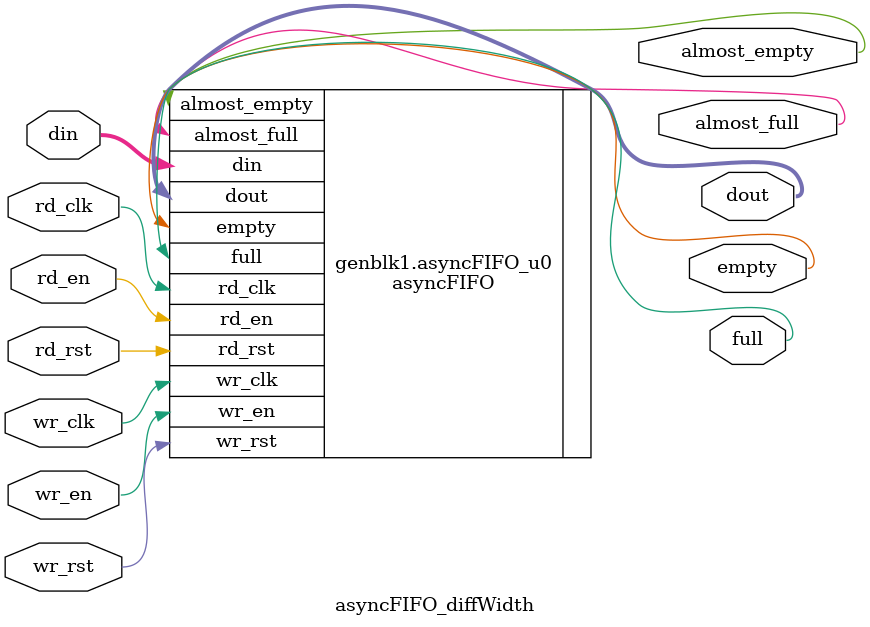
<source format=v>
/*
 * @Author       : Xu Xiaokang
 * @Email        : xuxiaokang_up@qq.com
 * @Date         : 2023-10-09 09:43:46
 * @LastEditors  : Xu Xiaokang
 * @LastEditTime : 2024-09-23 10:55:29
 * @Filename     :
 * @Description  :
*/

/*
! 模块功能: 异步FIFO, 支持输入输出数据不同位宽
* 思路:
1. 根据读写数据位宽的关系，分三种情况，当读位宽>写位宽时组合数据；当读位宽<写位宽时分解数据
2. 同步FIFO作为缓冲，深度固定为2，异步FIFO作为主体，深度为设定深度
3. 当读位宽>写位宽时，读端口逻辑无需关心，同步FIFO时钟与异步FIFO写时钟为同一时钟，只要同步FIFO中有数据就立刻读出，
    组合之后写入异步FIFO，所以写端口的full信号只会在异步FIFO满之后再写入两个数据才置高，
    此时不必担心同步FIFO因为深度为2会很快写满
4. 当读位宽==写位宽时，这就是普通异步FIFO，直接实例化一个异步FIFO即可
5. 当读位宽<写位宽时，写端口逻辑无需关心，同步FIFO时钟域异步FIFO读时钟为同一时钟，
    只要异步FIFO中有数据就分解之后写入到同步FIFO，所以读端口的empty信号只会在异步FIFO空之后置高，
    此时不必担心同步FIFO因为深度为2会很快读空
? 注意：
1. 因为模块主体仍是异步FIFO，所以异步FIFO的“假满”和“假空”问题仍然存在，不影响功能
2. FIFO实际容量总是比设定容量大，差值为两个小位宽（读/写）数据，不影响功能
3. 复位均为高电平复位，与Vivado中的FIFO IP核保持一致
4. 复位为异步复位，写复位和读复位可以公用一个信号，也可以分开
5. DIN_WIDTH与DOUT_WIDTH的倍数关系必须是2的n次方，如2倍、4倍、8倍，不能是3倍、6倍
6. FIFO深度通过WADDR_WIDTH来设置，所以FIFO的深度必然是2的指数，如8、16、32等
7. WADDR_WIDTH必须≥3，且RADDR_WIDTH =  WADDR_WIDTH + log2(DIN_WIDTH / DOUT_WIDTH)也必须≥3
    一种极限情况，DIN_WIDTH = 4，DOUT_WIDTH=16，WADDR_WIDTH=5，RADDR_WIDTH =5+log2(4/16)=3
8. MSB_FIFO用于设定高位/低位先进先出，它和一般讲的FIFO大端和小端模式不是一个概念
*/

`default_nettype none

module asyncFIFO_diffWidth
#(
  parameter DIN_WIDTH = 8, // 输入数据位宽, 可取1, 2, 3, ... , 默认为8
  parameter DOUT_WIDTH = 8, // 输出数据位宽, 可取1, 2, 3, ... , 默认为8
  parameter WADDR_WIDTH = 4, // 写入地址位宽, 可取1, 2, 3, ... , 默认为4, 对应深度2**4
  parameter RAM_STYLE = "distributed", // RAM类型, 可选"block", "distributed"(默认)
  parameter [0:0] FWFT_EN = 1, // 首字直通特性使能, 默认为1, 表示使能首字直通
  parameter [0:0] MSB_FIFO = 1 // 1(默认)表示高位先进先出,同Vivado FIFO一致; 0表示低位先进先出
)(
  input  wire [DIN_WIDTH-1:0] din,
  input  wire                 wr_en,
  output wire                 full,
  output wire                 almost_full,
  input  wire                 wr_clk,
  input  wire                 wr_rst,

  output wire [DOUT_WIDTH-1:0] dout,
  input  wire                  rd_en,
  output wire                  empty,
  output wire                  almost_empty,
  input  wire                  rd_clk,
  input  wire                  rd_rst
);


//++ 写与读位宽转换 ++++++++++++++++++++++++++++++++++++++++++++++++++++++++++++
generate
if (DOUT_WIDTH == DIN_WIDTH) begin //~ 如果读位宽等于写位宽，那么这就是普通的异步FIFO
  asyncFIFO # (
    .DATA_WIDTH (DIN_WIDTH  ),
    .ADDR_WIDTH (WADDR_WIDTH),
    .RAM_STYLE  (RAM_STYLE  ),
    .FWFT_EN    (FWFT_EN    )
  ) asyncFIFO_u0 (
    .din          (din         ),
    .wr_en        (wr_en       ),
    .full         (full        ),
    .almost_full  (almost_full ),
    .wr_clk       (wr_clk      ),
    .wr_rst       (wr_rst      ),
    .dout         (dout        ),
    .rd_en        (rd_en       ),
    .empty        (empty       ),
    .almost_empty (almost_empty),
    .rd_clk       (rd_clk      ),
    .rd_rst       (rd_rst      )
  );
end
else if (DOUT_WIDTH > DIN_WIDTH) begin //~ 如果读位宽大于写位宽，则需要组合数据，组合成一个数据就写入到读取侧FIFO中
  wire [DIN_WIDTH-1:0] wdata;
  wire wdata_rd_en;
  wire wdata_empty;
  wire [DOUT_WIDTH-1:0] rdata;
  wire rdata_wr_en;
  wire rdata_full;
  wire clk = wr_clk;
  wire rst = wr_rst;
  wire wdata_almost_full;
  syncFIFO #(
    .DATA_WIDTH (DIN_WIDTH),
    .ADDR_WIDTH (1        ),
    .RAM_STYLE  (RAM_STYLE),
    .FWFT_EN    (1        )
  ) syncFIFO_u0 (
    .din          (din        ),
    .wr_en        (wr_en      ),
    .full         (full       ),
    .almost_full  (wdata_almost_full),
    .dout         (wdata      ),
    .rd_en        (wdata_rd_en),
    .empty        (wdata_empty),
    .almost_empty (           ),
    .clk          (clk        ),
    .rst          (rst        )
  );

  assign almost_full = (wdata_almost_full && rdata_full) || full;

  localparam RADDR_WIDTH = $clog2(2**WADDR_WIDTH * DIN_WIDTH / DOUT_WIDTH);
  asyncFIFO #(
    .DATA_WIDTH (DOUT_WIDTH ),
    .ADDR_WIDTH (RADDR_WIDTH),
    .RAM_STYLE  (RAM_STYLE  ),
    .FWFT_EN    (FWFT_EN    )
  ) asyncFIFO_u0 (
    .din          (rdata       ),
    .wr_en        (rdata_wr_en ),
    .full         (rdata_full  ),
    .almost_full  (            ),
    .wr_clk       (clk         ),
    .wr_rst       (rst         ),
    .dout         (dout        ),
    .rd_en        (rd_en       ),
    .empty        (empty       ),
    .almost_empty (almost_empty),
    .rd_clk       (rd_clk      ),
    .rd_rst       (rd_rst      )
  );

  // 在读取侧FIFO未满，而写入侧FIFO非空时去读取写入侧FIFO
  assign wdata_rd_en = ~rdata_full && ~wdata_empty;

  reg [DOUT_WIDTH-1:0] rdata_r;
  if (MSB_FIFO == 1) begin
    always @(posedge clk or posedge rst) begin
      if (rst)
        rdata_r <= 'd0;
      else if (wdata_rd_en)
        rdata_r <= {rdata_r[DOUT_WIDTH-DIN_WIDTH-1:0], wdata}; // 先进的为高位
      else
        rdata_r <= rdata_r;
    end

    assign rdata = {rdata_r[DOUT_WIDTH-DIN_WIDTH-1:0], wdata}; // 先进的为高位
  end
  else begin
    always @(posedge clk or posedge rst) begin
      if (rst)
        rdata_r <= 'd0;
      else if (wdata_rd_en)
        rdata_r <= {wdata, rdata_r[DOUT_WIDTH-1 : DIN_WIDTH]}; // 先进的为低位
      else
        rdata_r <= rdata_r;
    end

    assign rdata = {wdata, rdata_r[DOUT_WIDTH-1 : DIN_WIDTH]}; // 先进的为低位
  end

  localparam WDATA_RD_EN_CNT_MAX = DOUT_WIDTH / DIN_WIDTH - 1;
  reg [$clog2(WDATA_RD_EN_CNT_MAX+1)-1 : 0] wdata_rd_en_cnt;
  always @(posedge clk or posedge rst) begin
    if (rst)
      wdata_rd_en_cnt <= 'd0;
    else if (wdata_rd_en)
      wdata_rd_en_cnt <= wdata_rd_en_cnt + 1'b1;
    else
      wdata_rd_en_cnt <= wdata_rd_en_cnt;
  end

  assign rdata_wr_en = wdata_rd_en && wdata_rd_en_cnt == WDATA_RD_EN_CNT_MAX;
end
else begin //~ 如果读位宽小于写位宽，则需要分解数据，写入的数据分解成几个数据写入到读取侧FIFO中
  wire [DIN_WIDTH-1:0] wdata;
  wire wdata_rd_en;
  wire wdata_empty;
  wire [DOUT_WIDTH-1:0] rdata;
  wire rdata_wr_en;
  wire rdata_full;
  wire clk = rd_clk;
  wire rst = rd_rst;
  asyncFIFO #(
    .DATA_WIDTH (DIN_WIDTH  ),
    .ADDR_WIDTH (WADDR_WIDTH),
    .RAM_STYLE  (RAM_STYLE  ),
    .FWFT_EN    (1          )
  ) asyncFIFO_u0 (
    .din          (din        ),
    .wr_en        (wr_en      ),
    .full         (full       ),
    .almost_full  (almost_full),
    .wr_clk       (wr_clk     ),
    .wr_rst       (wr_rst     ),
    .dout         (wdata      ),
    .rd_en        (wdata_rd_en),
    .empty        (wdata_empty),
    .almost_empty (           ),
    .rd_clk       (clk        ),
    .rd_rst       (rst        )
  );

  wire rdata_almost_empty;
  syncFIFO #(
    .DATA_WIDTH (DOUT_WIDTH),
    .ADDR_WIDTH (1         ),
    .RAM_STYLE  (RAM_STYLE ),
    .FWFT_EN    (FWFT_EN   )
  ) syncFIFO_u0 (
    .din          (rdata             ),
    .wr_en        (rdata_wr_en       ),
    .full         (rdata_full        ),
    .almost_full  (                  ),
    .dout         (dout              ),
    .rd_en        (rd_en             ),
    .empty        (empty             ),
    .almost_empty (rdata_almost_empty),
    .clk          (clk               ),
    .rst          (rst               )
  );
  assign almost_empty = (wdata_empty && rdata_almost_empty) || empty;

  // 先写入写数据的高位，再写入低位，当写入到最低位时，读取写入侧FIFO
  localparam RDATA_WR_EN_CNT_MAX = DIN_WIDTH/ DOUT_WIDTH - 1;
  reg [$clog2(RDATA_WR_EN_CNT_MAX+1)-1 : 0] rdata_wr_en_cnt;
  always @(posedge clk or posedge rst) begin
    if (rst)
      rdata_wr_en_cnt <= 'd0;
    else if (rdata_wr_en)
      rdata_wr_en_cnt <= rdata_wr_en_cnt + 1'b1;
    else
      rdata_wr_en_cnt <= rdata_wr_en_cnt;
  end

  if (MSB_FIFO == 1) begin
    wire [DIN_WIDTH-1:0] wdata_r = wdata << (rdata_wr_en_cnt * DOUT_WIDTH);
    assign rdata = wdata_r[DIN_WIDTH-1 : DIN_WIDTH-DOUT_WIDTH];
  end
  else begin
    wire [DIN_WIDTH-1:0] wdata_r = wdata >> (rdata_wr_en_cnt * DOUT_WIDTH);
    assign rdata = wdata_r[DOUT_WIDTH-1 : 0];
  end

  // 在读取侧FIFO非满，而写入侧FIFO非空时去写入读取侧FIFO
  assign rdata_wr_en = ~rdata_full && ~wdata_empty;
  assign wdata_rd_en = rdata_wr_en && rdata_wr_en_cnt == RDATA_WR_EN_CNT_MAX;
end
endgenerate
//-- 写与读位宽转换 ------------------------------------------------------------


endmodule
`resetall
</source>
